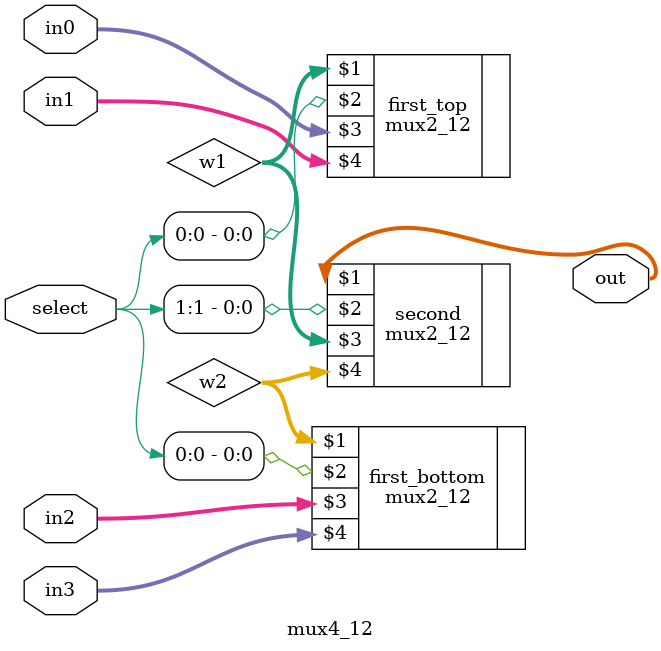
<source format=v>
module mux4_12(out, select, in0, in1, in2, in3);
    input [1:0] select;
    input [11:0] in0, in1, in2, in3;
    output [11:0] out;
    wire [11:0] w1, w2;
    mux2_12 first_top(w1, select[0], in0, in1);
    mux2_12 first_bottom(w2, select[0], in2, in3);
    mux2_12 second(out, select[1], w1, w2);
endmodule
</source>
